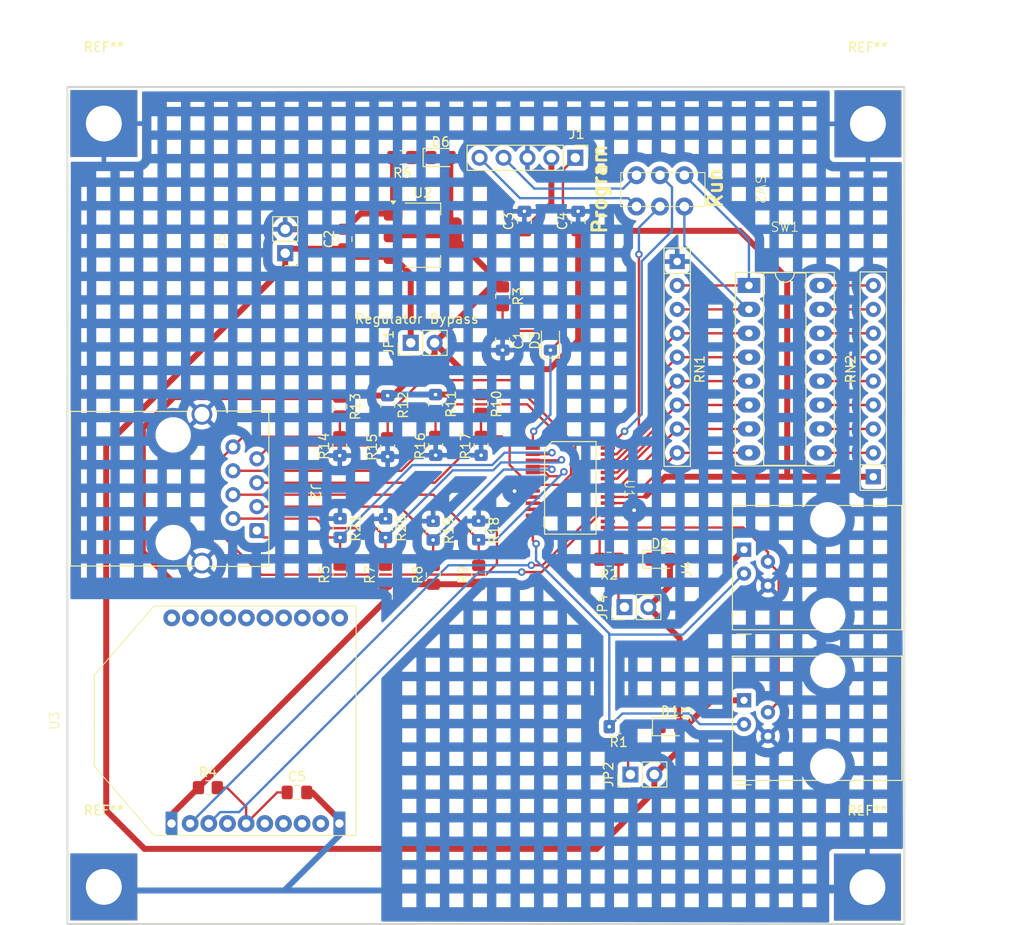
<source format=kicad_pcb>
(kicad_pcb (version 20240108) (generator "pcbnew") (generator_version "8.0")
  (layers (0 "F.Cu" signal) (31 "B.Cu" signal) (34 "B.Paste" user) (35 "F.Paste" user) (36 "B.SilkS" user "B.Silkscreen") (37 "F.SilkS" user "F.Silkscreen") (38 "B.Mask" user) (39 "F.Mask" user) (44 "Edge.Cuts" user))
  (net 0 "")
  (net 1 "Net-(D3-A)")
  (net 2 "GND")
  (net 3 "+5V")
  (net 4 "3.3V")
  (net 5 "Net-(U3-~{RESET})")
  (net 6 "Net-(D1-K)")
  (net 7 "Net-(D2-K)")
  (net 8 "Net-(D3-K)")
  (net 9 "Net-(D6-K)")
  (net 10 "RB6")
  (net 11 "RB7")
  (net 12 "Net-(U1-RA2)")
  (net 13 "Net-(U1-RA7)")
  (net 14 "Net-(U1-RA6)")
  (net 15 "Net-(U1-RA5)")
  (net 16 "Net-(U1-RA0)")
  (net 17 "Net-(U1-RA1)")
  (net 18 "Net-(U1-RA4)")
  (net 19 "Net-(U1-RA3)")
  (net 20 "RC3")
  (net 21 "RC4")
  (net 22 "Net-(RN1-R3)")
  (net 23 "Net-(RN1-R2)")
  (net 24 "Net-(RN1-R4)")
  (net 25 "Net-(RN1-R7)")
  (net 26 "Net-(RN1-R8)")
  (net 27 "Net-(RN1-R6)")
  (net 28 "Net-(RN1-R5)")
  (net 29 "Net-(RN1-R1)")
  (net 30 "Net-(RN2-R7)")
  (net 31 "Net-(RN2-R2)")
  (net 32 "Net-(RN2-R4)")
  (net 33 "Net-(RN2-R1)")
  (net 34 "Net-(RN2-R5)")
  (net 35 "Net-(RN2-R6)")
  (net 36 "Net-(RN2-R3)")
  (net 37 "Net-(RN2-R8)")
  (net 39 "RC7")
  (net 41 "RC6")
  (net 59 "Net-(U1-ICSPCLK{slash}RB6)")
  (net 60 "Net-(U1-ICSPDAT{slash}RB7)")
  (footprint "ATVProject_Library:2 Pin Header" (layer "F.Cu") (at 144.2875 70.326 90)
    (property "Reference" "J5")
    (property "Value" "PWR IN")
  )
  (footprint "Resistor_SMD:R_0805_2012Metric_Pad1.20x1.40mm_HandSolder" (layer "F.Cu") (at 178.705 104.14 180)
    (property "Reference" "R2")
    (property "Value" "4.7K")
  )
  (footprint "Package_TO_SOT_SMD:SOT-223-3_TabPin2" (layer "F.Cu") (at 158.9145 69.723)
    (property "Reference" "U2")
    (property "Value" "TSB1117")
  )
  (footprint "footprint library:#6-23_.150_mounting screw" (layer "F.Cu") (at 206.1972 50.2666)
    (property "Reference" "REF**")
    (property "Value" "#6-23_.150_mounting screw")
  )
  (footprint "Resistor_SMD:R_0805_2012Metric_Pad1.20x1.40mm_HandSolder" (layer "F.Cu") (at 164.847 101.076 -90)
    (property "Reference" "R18")
    (property "Value" "DNS")
  )
  (footprint "Resistor_SMD:R_0805_2012Metric_Pad1.20x1.40mm_HandSolder" (layer "F.Cu") (at 136.093 128.397)
    (property "Reference" "R4")
    (property "Value" "10K")
  )
  (footprint "Resistor_SMD:R_0805_2012Metric_Pad1.20x1.40mm_HandSolder" (layer "F.Cu") (at 160.0325 105.791 90)
    (property "Reference" "R8")
    (property "Value" "DNS")
  )
  (footprint "footprint library:RJ11_BB" (layer "F.Cu") (at 191.26 121.187 90)
    (property "Reference" "J3")
    (property "Value" "RJ9")
  )
  (footprint "Diode_SMD:D_0805_2012Metric_Pad1.15x1.40mm_HandSolder" (layer "F.Cu") (at 184.15 104.14)
    (property "Reference" "D2")
    (property "Value" "SCL")
  )
  (footprint "Capacitor_SMD:C_0805_2012Metric_Pad1.18x1.45mm_HandSolder" (layer "F.Cu") (at 169.7095 68.2205 90)
    (property "Reference" "C3")
    (property "Value" "10uF")
  )
  (footprint "Resistor_SMD:R_0805_2012Metric_Pad1.20x1.40mm_HandSolder" (layer "F.Cu") (at 150.115 87.91775 -90)
    (property "Reference" "R13")
    (property "Value" "DNS")
  )
  (footprint "Resistor_SMD:R_0805_2012Metric_Pad1.20x1.40mm_HandSolder" (layer "F.Cu") (at 154.964 100.838 -90)
    (property "Reference" "R20")
    (property "Value" "DNS")
  )
  (footprint "Resistor_SMD:R_0805_2012Metric_Pad1.20x1.40mm_HandSolder" (layer "F.Cu") (at 165.1125 92.091 90)
    (property "Reference" "R17")
    (property "Value" "DNS")
  )
  (footprint "Connector_PinHeader_2.54mm:PinHeader_1x02_P2.54mm_Vertical" (layer "F.Cu") (at 157.6395 81.153 90)
    (property "Reference" "JP1")
    (property "Value" "Regulator Bypass")
  )
  (footprint "Capacitor_SMD:C_0805_2012Metric_Pad1.18x1.45mm_HandSolder" (layer "F.Cu") (at 167.3985 80.8865 -90)
    (property "Reference" "C1")
    (property "Value" "1uF")
  )
  (footprint "Resistor_SMD:R_0805_2012Metric_Pad1.20x1.40mm_HandSolder" (layer "F.Cu") (at 165.101 87.646 -90)
    (property "Reference" "R10")
    (property "Value" "DNS")
  )
  (footprint "footprint library:RJ45_Shieleded_BB" (layer "F.Cu") (at 147.0182 96.932 -90)
    (property "Reference" "J2")
    (property "Value" "RJ45_Shielded")
  )
  (footprint "Resistor_SMD:R_0805_2012Metric_Pad1.20x1.40mm_HandSolder" (layer "F.Cu") (at 179.73 121.92 180)
    (property "Reference" "R1")
    (property "Value" "4.7K")
  )
  (footprint "Capacitor_SMD:C_0805_2012Metric_Pad1.18x1.45mm_HandSolder" (layer "F.Cu") (at 175.4245 68.2205 90)
    (property "Reference" "C4")
    (property "Value" "1uF")
  )
  (footprint "ATVProject_Library:Zigby" (layer "F.Cu") (at 132.283 121.285 90)
    (property "Reference" "U3")
    (property "Value" "XBEE_PRO")
  )
  (footprint "Diode_SMD:D_0805_2012Metric_Pad1.15x1.40mm_HandSolder" (layer "F.Cu") (at 185.175 121.92)
    (property "Reference" "D1")
    (property "Value" "SDA")
  )
  (footprint "Capacitor_SMD:C_0805_2012Metric_Pad1.18x1.45mm_HandSolder" (layer "F.Cu") (at 145.5545 128.905)
    (property "Reference" "C5")
    (property "Value" "1uF")
  )
  (footprint "Resistor_SMD:R_0805_2012Metric_Pad1.20x1.40mm_HandSolder" (layer "F.Cu") (at 150.138 100.822 -90)
    (property "Reference" "R21")
    (property "Value" "DNS")
  )
  (footprint "footprint library:#6-23_.150_mounting screw" (layer "F.Cu") (at 206.1464 131.3434)
    (property "Reference" "REF**")
    (property "Value" "#6-23_.150_mounting screw")
  )
  (footprint "Resistor_SMD:R_0805_2012Metric_Pad1.20x1.40mm_HandSolder" (layer "F.Cu") (at 155.195 87.756 -90)
    (property "Reference" "R12")
    (property "Value" "DNS")
  )
  (footprint "Resistor_SMD:R_0805_2012Metric_Pad1.20x1.40mm_HandSolder" (layer "F.Cu") (at 167.3985 76.209 -90)
    (property "Reference" "R3")
    (property "Value" "10K")
  )
  (footprint "footprint library:RJ11_BB" (layer "F.Cu") (at 191.26 105.185 90)
    (property "Reference" "J4")
    (property "Value" "RJ9")
  )
  (footprint "footprint library:#6-23_.150_mounting screw" (layer "F.Cu") (at 125.0442 50.2392)
    (property "Reference" "REF**")
    (property "Value" "#6-23_.150_mounting screw")
  )
  (footprint "Resistor_SMD:R_0805_2012Metric_Pad1.20x1.40mm_HandSolder" (layer "F.Cu") (at 154.9525 105.775 90)
    (property "Reference" "R7")
    (property "Value" "DNS")
  )
  (footprint "Resistor_THT:R_Array_SIP9" (layer "F.Cu") (at 185.9405 72.517 -90)
    (property "Reference" "RN1")
    (property "Value" "10K")
  )
  (footprint "ATVProject_Library:DPDT Switch" (layer "F.Cu") (at 184.4165 64.8716 -90)
    (property "Reference" "SW2")
    (property "Value" "SW_Slide_DPDT")
  )
  (footprint "Connector_PinHeader_2.54mm:PinHeader_1x02_P2.54mm_Vertical" (layer "F.Cu") (at 180.975 127 90)
    (property "Reference" "JP2")
    (property "Value" "SDA")
  )
  (footprint "Resistor_SMD:R_0805_2012Metric_Pad1.20x1.40mm_HandSolder" (layer "F.Cu") (at 160.021 101.092 -90)
    (property "Reference" "R19")
    (property "Value" "DNS")
  )
  (footprint "Resistor_SMD:R_0805_2012Metric_Pad1.20x1.40mm_HandSolder" (layer "F.Cu") (at 160.2865 92.091 90)
    (property "Reference" "R16")
    (property "Value" "DNS")
  )
  (footprint "Connector_PinHeader_2.54mm:PinHeader_1x05_P2.54mm_Vertical" (layer "F.Cu") (at 175.1165 61.497 -90)
    (property "Reference" "J1")
    (property "Value" "Program")
  )
  (footprint "Resistor_SMD:R_0805_2012Metric_Pad1.20x1.40mm_HandSolder" (layer "F.Cu") (at 150.1035 92.12475 90)
    (property "Reference" "R14")
    (property "Value" "DNS")
  )
  (footprint "Resistor_THT:R_Array_SIP9" (layer "F.Cu") (at 206.7685 95.377 90)
    (property "Reference" "RN2")
    (property "Value" "1K")
  )
  (footprint "Resistor_SMD:R_0805_2012Metric_Pad1.20x1.40mm_HandSolder" (layer "F.Cu") (at 155.1835 92.233 90)
    (property "Reference" "R15")
    (property "Value" "DNS")
  )
  (footprint "footprint library:#6-23_.150_mounting screw" (layer "F.Cu") (at 125.0442 131.318)
    (property "Reference" "REF**")
    (property "Value" "#6-23_.150_mounting screw")
  )
  (footprint "Resistor_SMD:R_0805_2012Metric_Pad1.20x1.40mm_HandSolder" (layer "F.Cu") (at 150.1265 105.759 90)
    (property "Reference" "R5")
    (property "Value" "DNS")
  )
  (footprint "Resistor_SMD:R_0805_2012Metric_Pad1.20x1.40mm_HandSolder" (layer "F.Cu") (at 164.8585 105.791 90)
    (property "Reference" "R9")
    (property "Value" "DNS")
  )
  (footprint "ATVProject_Library:Dip Switch (16 pin)" (layer "F.Cu") (at 197.3765 80.487)
    (property "Reference" "SW1")
    (property "Value" "SW_DIP_x08")
  )
  (footprint "Diode_SMD:D_0805_2012Metric_Pad1.15x1.40mm_HandSolder" (layer "F.Cu") (at 160.8195 61.468)
    (property "Reference" "D6")
    (property "Value" "LED")
  )
  (footprint "Connector_PinHeader_2.54mm:PinHeader_1x02_P2.54mm_Vertical" (layer "F.Cu") (at 180.34 109.22 90)
    (property "Reference" "JP4")
    (property "Value" "SCL")
  )
  (footprint "ATVProject_Library:PIC1788" (layer "F.Cu") (at 175.1937 96.6438 -90)
    (property "Reference" "U1")
    (property "Value" "PIC16F1788")
  )
  (footprint "Resistor_SMD:R_0805_2012Metric_Pad1.20x1.40mm_HandSolder" (layer "F.Cu") (at 160.275 87.646 -90)
    (property "Reference" "R11")
    (property "Value" "DNS")
  )
  (footprint "Diode_SMD:D_0805_2012Metric_Pad1.15x1.40mm_HandSolder" (layer "F.Cu") (at 172.4785 80.899 90)
    (property "Reference" "D3")
    (property "Value" "1N4148")
  )
  (footprint "Capacitor_SMD:C_0805_2012Metric_Pad1.18x1.45mm_HandSolder" (layer "F.Cu") (at 150.6595 70.1255 90)
    (property "Reference" "C2")
    (property "Value" "10uF")
  )
  (footprint "Resistor_SMD:R_0805_2012Metric_Pad1.20x1.40mm_HandSolder" (layer "F.Cu") (at 156.7395 61.468 180)
    (property "Reference" "R6")
    (property "Value" "2.2K")
  )
  (gr_rect (start 121.1705 53.975) (end 210.0705 142.875) (stroke (width 0.2)) (fill none) (layer "Edge.Cuts"))
  (gr_text "Run" (at 190.8556 67.0306 90) (layer "F.SilkS") (effects (font (size 1.5 1.5) (thickness 0.3) (bold yes)) (justify left bottom)))
  (gr_text "Program\n" (at 178.5745 69.723 90) (layer "F.SilkS") (effects (font (size 1.5 1.5) (thickness 0.3) (bold yes)) (justify left bottom)))
  (segment (start 167.4235 79.874) (end 167.3985 79.849) (width 0.25) (layer "F.Cu") (net 1))
  (segment (start 172.4785 79.874) (end 167.4235 79.874) (width 0.25) (layer "F.Cu") (net 1))
  (segment (start 167.3985 79.849) (end 167.3985 77.209) (width 0.25) (layer "F.Cu") (net 1))
  (segment (start 155.7645 61.493) (end 155.7395 61.468) (width 0.635) (layer "F.Cu") (net 2))
  (segment (start 178.5745 98.171) (end 180.6065 98.171) (width 0.254) (layer "F.Cu") (net 2))
  (segment (start 155.7645 67.423) (end 155.7645 61.493) (width 0.635) (layer "F.Cu") (net 2))
  (segment (start 147.1795 128.905) (end 150.063 131.7885) (width 0.635) (layer "F.Cu") (net 2))
  (segment (start 150.6595 69.088) (end 152.3245 67.423) (width 0.635) (layer "F.Cu") (net 2))
  (segment (start 152.3245 67.423) (end 155.7645 67.423) (width 0.635) (layer "F.Cu") (net 2))
  (segment (start 170.6057 96.8808) (end 168.6887 96.8808) (width 0.254) (layer "F.Cu") (net 2))
  (segment (start 168.6887 96.8808) (end 168.6685 96.901) (width 0.254) (layer "F.Cu") (net 2))
  (segment (start 150.063 131.7885) (end 150.063 132.207) (width 0.635) (layer "F.Cu") (net 2))
  (segment (start 206.0065 139.319) (end 206.2605 139.065) (width 0.635) (layer "F.Cu") (net 2))
  (segment (start 144.3095 69.088) (end 150.6595 69.088) (width 0.635) (layer "F.Cu") (net 2))
  (segment (start 169.7095 61.824) (end 170.0365 61.497) (width 0.254) (layer "F.Cu") (net 2))
  (segment (start 180.6065 98.171) (end 181.3685 98.933) (width 0.254) (layer "F.Cu") (net 2))
  (segment (start 146.592 128.905) (end 147.1795 128.905) (width 0.635) (layer "F.Cu") (net 2))
  (via (at 181.3685 98.933) (size 0.8) (drill 0.4) (layers "F.Cu" "B.Cu") (net 2))
  (via (at 168.6685 96.901) (size 0.8) (drill 0.4) (layers "F.Cu" "B.Cu") (net 2))
  (segment (start 195.58 123.185) (end 195.9785 123.185) (width 0.25) (layer "B.Cu") (net 2))
  (segment (start 127.7745 139.319) (end 206.0065 139.319) (width 0.635) (layer "B.Cu") (net 2))
  (segment (start 150.063 132.207) (end 150.063 133.464235) (width 0.635) (layer "B.Cu") (net 2))
  (segment (start 150.063 133.464235) (end 144.208235 139.319) (width 0.635) (layer "B.Cu") (net 2))
  (segment (start 144.208235 139.319) (end 127.7745 139.319) (width 0.635) (layer "B.Cu") (net 2))
  (segment (start 125.2982 92.0242) (end 125.2982 130.8354) (width 0.635) (layer "F.Cu") (net 3))
  (segment (start 186.1945 124.3205) (end 186.1945 122.809) (width 0.635) (layer "F.Cu") (net 3))
  (segment (start 144.7745 71.163) (end 144.3095 71.628) (width 0.635) (layer "F.Cu") (net 3))
  (segment (start 185.175 106.0415) (end 185.175 104.14) (width 0.635) (layer "F.Cu") (net 3))
  (segment (start 144.3095 71.628) (end 144.3095 73.0129) (width 0.635) (layer "F.Cu") (net 3))
  (segment (start 186.2 121.92) (end 186.2 112.54) (width 0.635) (layer "F.Cu") (net 3))
  (segment (start 186.2 112.54) (end 182.88 109.22) (width 0.635) (layer "F.Cu") (net 3))
  (segment (start 185.175 104.14) (end 192.019 104.14) (width 0.635) (layer "F.Cu") (net 3))
  (segment (start 186.2 122.8035) (end 186.2 121.92) (width 0.635) (layer "F.Cu") (net 3))
  (segment (start 183.515 128.7905) (end 183.515 127) (width 0.635) (layer "F.Cu") (net 3))
  (segment (start 129.3622 134.8994) (end 177.4061 134.8994) (width 0.635) (layer "F.Cu") (net 3))
  (segment (start 183.515 127) (end 186.1945 124.3205) (width 0.635) (layer "F.Cu") (net 3))
  (segment (start 192.019 104.14) (end 193.04 103.119) (width 0.635) (layer "F.Cu") (net 3))
  (segment (start 185.18 104.135) (end 185.175 104.14) (width 0.635) (layer "F.Cu") (net 3))
  (segment (start 144.3095 73.0129) (end 125.2982 92.0242) (width 0.635) (layer "F.Cu") (net 3))
  (segment (start 177.4061 134.8994) (end 183.515 128.7905) (width 0.635) (layer "F.Cu") (net 3))
  (segment (start 185.1785 106.045) (end 185.175 106.0415) (width 0.635) (layer "F.Cu") (net 3))
  (segment (start 182.88 109.22) (end 185.1785 106.9215) (width 0.635) (layer "F.Cu") (net 3))
  (segment (start 186.2 121.92) (end 186.8295 121.92) (width 0.635) (layer "F.Cu") (net 3))
  (segment (start 157.6395 73.898) (end 155.7645 72.023) (width 0.635) (layer "F.Cu") (net 3))
  (segment (start 125.2982 130.8354) (end 129.3622 134.8994) (width 0.635) (layer "F.Cu") (net 3))
  (segment (start 150.6595 71.163) (end 144.7745 71.163) (width 0.635) (layer "F.Cu") (net 3))
  (segment (start 151.5195 72.023) (end 150.6595 71.163) (width 0.635) (layer "F.Cu") (net 3))
  (segment (start 185.1785 106.9215) (end 185.1785 106.045) (width 0.635) (layer "F.Cu") (net 3))
  (segment (start 186.1945 122.809) (end 186.2 122.8035) (width 0.635) (layer "F.Cu") (net 3))
  (segment (start 155.7645 72.023) (end 151.5195 72.023) (width 0.635) (layer "F.Cu") (net 3))
  (segment (start 189.6285 119.121) (end 193.04 119.121) (width 0.635) (layer "F.Cu") (net 3))
  (segment (start 157.6395 81.153) (end 157.6395 73.898) (width 0.635) (layer "F.Cu") (net 3))
  (segment (start 186.8295 121.92) (end 189.6285 119.121) (width 0.635) (layer "F.Cu") (net 3))
  (segment (start 167.3985 75.209) (end 167.3985 75.057) (width 0.635) (layer "F.Cu") (net 4))
  (segment (start 169.7095 69.258) (end 172.5765 66.391) (width 0.635) (layer "F.Cu") (net 4))
  (segment (start 172.399204 83.947) (end 175.4245 80.921704) (width 0.635) (layer "F.Cu") (net 4))
  (segment (start 132.5908 106.759) (end 129.1844 103.3526) (width 0.635) (layer "F.Cu") (net 4))
  (segment (start 197.6245 74.295) (end 197.6245 95.377) (width 0.635) (layer "F.Cu") (net 4))
  (segment (start 182.5265 97.521) (end 182.6385 97.409) (width 0.254) (layer "F.Cu") (net 4))
  (segment (start 178.5745 97.521) (end 182.5265 97.521) (width 0.254) (layer "F.Cu") (net 4))
  (segment (start 155.7645 69.723) (end 162.0645 69.723) (width 0.635) (layer "F.Cu") (net 4))
  (segment (start 162.5295 69.258) (end 162.0645 69.723) (width 0.635) (layer "F.Cu") (net 4))
  (segment (start 160.0325 106.791) (end 154.9685 106.791) (width 0.635) (layer "F.Cu") (net 4))
  (segment (start 160.1795 81.153) (end 162.9735 83.947) (width 0.635) (layer "F.Cu") (net 4))
  (segment (start 164.8585 106.791) (end 160.0325 106.791) (width 0.635) (layer "F.Cu") (net 4))
  (segment (start 160.1795 81.153) (end 160.1795 82.355081) (width 0.635) (layer "F.Cu") (net 4))
  (segment (start 166.1235 75.209) (end 160.1795 81.153) (width 0.635) (layer "F.Cu") (net 4))
  (segment (start 150.1265 106.759) (end 132.5908 106.759) (width 0.635) (layer "F.Cu") (net 4))
  (segment (start 165.101 86.646) (end 160.275 86.646) (width 0.635) (layer "F.Cu") (net 4))
  (segment (start 197.6245 95.377) (end 184.6705 95.377) (width 0.635) (layer "F.Cu") (net 4))
  (segment (start 206.7685 95.377) (end 197.6245 95.377) (width 0.635) (layer "F.Cu") (net 4))
  (segment (start 167.3985 75.209) (end 166.1235 75.209) (width 0.635) (layer "F.Cu") (net 4))
  (segment (start 162.9735 83.947) (end 172.399204 83.947) (width 0.635) (layer "F.Cu") (net 4))
  (segment (start 172.5765 66.391) (end 172.5765 61.497) (width 0.635) (layer "F.Cu") (net 4))
  (segment (start 169.7095 69.258) (end 162.5295 69.258) (width 0.635) (layer "F.Cu") (net 4))
  (segment (start 175.4245 69.258) (end 192.5875 69.258) (width 0.635) (layer "F.Cu") (net 4))
  (segment (start 132.2322 131.2578) (end 132.2322 132.207) (width 0.635) (layer "F.Cu") (net 4))
  (segment (start 161.8445 61.468) (end 161.8445 69.503) (width 0.635) (layer "F.Cu") (net 4))
  (segment (start 150.27675 86.756) (end 150.115 86.91775) (width 0.25) (layer "F.Cu") (net 4))
  (segment (start 132.48745 86.91775) (end 150.115 86.91775) (width 0.635) (layer "F.Cu") (net 4))
  (segment (start 154.9685 106.791) (end 154.9525 106.775) (width 0.635) (layer "F.Cu") (net 4))
  (segment (start 160.1795 82.355081) (end 155.778581 86.756) (width 0.635) (layer "F.Cu") (net 4))
  (segment (start 135.093 128.397) (end 132.2322 131.2578) (width 0.635) (layer "F.Cu") (net 4))
  (segment (start 129.1844 90.2208) (end 132.48745 86.91775) (width 0.635) (layer "F.Cu") (net 4))
  (segment (start 192.5875 69.258) (end 197.6245 74.295) (width 0.635) (layer "F.Cu") (net 4))
  (segment (start 175.4245 80.921704) (end 175.4245 69.258) (width 0.635) (layer "F.Cu") (net 4))
  (segment (start 154.9525 106.775) (end 150.1425 106.775) (width 0.635) (layer "F.Cu") (net 4))
  (segment (start 162.3185 69.723) (end 162.0645 69.723) (width 0.25) (layer "F.Cu") (net 4))
  (segment (start 161.8445 69.503) (end 162.0645 69.723) (width 0.635) (layer "F.Cu") (net 4))
  (segment (start 150.1425 106.775) (end 150.1265 106.759) (width 0.635) (layer "F.Cu") (net 4))
  (segment (start 184.6705 95.377) (end 182.6385 97.409) (width 0.635) (layer "F.Cu") (net 4))
  (segment (start 135.093 128.397) (end 154.9525 108.5375) (width 0.635) (layer "F.Cu") (net 4))
  (segment (start 129.1844 103.3526) (end 129.1844 90.2208) (width 0.635) (layer "F.Cu") (net 4))
  (segment (start 155.195 86.756) (end 150.27675 86.756) (width 0.635) (layer "F.Cu") (net 4))
  (segment (start 167.3985 75.057) (end 162.0645 69.723) (width 0.635) (layer "F.Cu") (net 4))
  (segment (start 154.9525 108.5375) (end 154.9525 106.775) (width 0.635) (layer "F.Cu") (net 4))
  (segment (start 155.778581 86.756) (end 155.195 86.756) (width 0.635) (layer "F.Cu") (net 4))
  (segment (start 155.305 86.646) (end 155.195 86.756) (width 0.25) (layer "B.Cu") (net 4))
  (segment (start 160.1795 86.5505) (end 160.275 86.646) (width 0.25) (layer "B.Cu") (net 4))
  (segment (start 160.275 86.646) (end 155.305 86.646) (width 0.635) (layer "B.Cu") (net 4))
  (segment (start 144.517 128.905) (end 143.459 128.905) (width 0.25) (layer "F.Cu") (net 5))
  (segment (start 137.093 128.397) (end 138.125 128.397) (width 0.25) (layer "F.Cu") (net 5))
  (segment (start 140.157 130.429) (end 140.157 132.207) (width 0.25) (layer "F.Cu") (net 5))
  (segment (start 138.125 128.397) (end 140.157 130.429) (width 0.25) (layer "F.Cu") (net 5))
  (segment (start 143.459 128.905) (end 140.157 132.207) (width 0.25) (layer "F.Cu") (net 5))
  (segment (start 180.73 126.755) (end 180.975 127) (width 0.25) (layer "F.Cu") (net 6))
  (segment (start 180.73 121.92) (end 180.73 126.755) (width 0.25) (layer "F.Cu") (net 6))
  (segment (start 184.15 121.92) (end 180.73 121.92) (width 0.25) (layer "F.Cu") (net 6))
  (segment (start 183.125 104.14) (end 179.705 104.14) (width 0.25) (layer "F.Cu") (net 7))
  (segment (start 179.705 108.585) (end 180.34 109.22) (width 0.25) (layer "F.Cu") (net 7))
  (segment (start 179.705 104.14) (end 179.705 108.585) (width 0.25) (layer "F.Cu") (net 7))
  (segment (start 170.6057 90.6458) (end 170.7005 90.551) (width 0.25) (layer "F.Cu") (net 8))
  (segment (start 172.4785 81.924) (end 173.8055 80.597) (width 0.25) (layer "F.Cu") (net 8))
  (segment (start 170.6057 92.3308) (end 170.6057 90.6458) (width 0.25) (layer "F.Cu") (net 8))
  (segment (start 173.8055 62.808) (end 175.1165 61.497) (width 0.25) (layer "F.Cu") (net 8))
  (segment (start 173.8055 80.597) (end 173.8055 62.808) (width 0.25) (layer "F.Cu") (net 8))
  (via (at 170.7005 90.551) (size 0.8) (drill 0.4) (layers "F.Cu" "B.Cu") (net 8))
  (segment (start 172.4785 81.924) (end 172.4785 88.773) (width 0.25) (layer "B.Cu") (net 8))
  (segment (start 172.4785 88.773) (end 170.7005 90.551) (width 0.25) (layer "B.Cu") (net 8))
  (segment (start 159.7945 61.468) (end 157.7395 61.468) (width 0.25) (layer "F.Cu") (net 9))
  (segment (start 180.7335 65.786) (end 169.2455 65.786) (width 0.25) (layer "B.Cu") (net 10))
  (segment (start 181.6225 66.675) (end 180.7335 65.786) (width 0.25) (layer "B.Cu") (net 10))
  (segment (start 169.2455 65.786) (end 164.9565 61.497) (width 0.25) (layer "B.Cu") (net 10))
  (segment (start 181.6225 63.3476) (end 180.2001 64.77) (width 0.25) (layer "B.Cu") (net 11))
  (segment (start 180.2001 64.77) (end 170.7695 64.77) (width 0.25) (layer "B.Cu") (net 11))
  (segment (start 170.7695 64.77) (end 167.4965 61.497) (width 0.25) (layer "B.Cu") (net 11))
  (segment (start 160.021 102.092) (end 156.481 98.552) (width 0.25) (layer "F.Cu") (net 12))
  (segment (start 160.021 104.7795) (end 160.0325 104.791) (width 0.25) (layer "F.Cu") (net 12))
  (segment (start 160.021 102.092) (end 160.021 104.7795) (width 0.25) (layer "F.Cu") (net 12))
  (segment (start 172.3237 94.2808) (end 172.6377 94.5948) (width 0.25) (layer "F.Cu") (net 12))
  (segment (start 170.6057 94.2808) (end 172.3237 94.2808) (width 0.25) (layer "F.Cu") (net 12))
  (segment (start 156.481 98.552) (end 141.3002 98.552) (width 0.25) (layer "F.Cu") (net 12))
  (via (at 172.6377 94.5948) (size 0.8) (drill 0.4) (layers "F.Cu" "B.Cu") (net 12))
  (segment (start 167.498 94.615) (end 172.6175 94.615) (width 0.25) (layer "B.Cu") (net 12))
  (segment (start 172.3837 94.3408) (end 172.6377 94.5948) (width 0.25) (layer "B.Cu") (net 12))
  (segment (start 172.6175 94.615) (end 172.6377 94.5948) (width 0.25) (layer "B.Cu") (net 12))
  (segment (start 160.021 102.092) (end 167.498 94.615) (width 0.25) (layer "B.Cu") (net 12))
  (segment (start 170.6057 97.5308) (end 169.6057 97.5308) (width 0.25) (layer "F.Cu") (net 13))
  (segment (start 144.3099 105.7656) (end 144.2845 105.791) (width 0.25) (layer "F.Cu") (net 13))
  (segment (start 139.83745 91.12475) (end 150.1035 91.12475) (width 0.25) (layer "F.Cu") (net 13))
  (segment (start 136.9707 100.965) (end 136.9707 93.9915) (width 0.25) (layer "F.Cu") (net 13))
  (segment (start 138.7602 92.202) (end 139.83745 91.12475) (width 0.25) (layer "F.Cu") (net 13))
  (segment (start 150.115 91.26775) (end 150.115 89.07225) (width 0.25) (layer "F.Cu") (net 13))
  (segment (start 136.9707 93.9915) (end 138.7602 92.202) (width 0.25) (layer "F.Cu") (net 13))
  (segment (start 169.6057 97.5308) (end 166.7945 100.342) (width 0.25) (layer "F.Cu") (net 13))
  (segment (start 141.7967 105.791) (end 144.2845 105.791) (width 0.25) (layer "F.Cu") (net 13))
  (segment (start 141.7967 105.791) (end 136.9707 100.965) (width 0.25) (layer "F.Cu") (net 13))
  (segment (start 165.6459 105.7656) (end 144.3099 105.7656) (width 0.25) (layer "F.Cu") (net 13))
  (segment (start 166.7945 104.617) (end 165.6459 105.7656) (width 0.25) (layer "F.Cu") (net 13))
  (segment (start 166.7945 100.342) (end 166.7945 104.617) (width 0.25) (layer "F.Cu") (net 13))
  (segment (start 150.115 89.07225) (end 150.1035 89.06075) (width 0.25) (layer "F.Cu") (net 13))
  (segment (start 155.195 91.138) (end 155.195 88.6725) (width 0.25) (layer "F.Cu") (net 14))
  (segment (start 142.72245 92.04975) (end 154.36675 92.04975) (width 0.25) (layer "F.Cu") (net 14))
  (segment (start 175.1197 95.298501) (end 175.1197 91.9968) (width 0.25) (layer "F.Cu") (net 14))
  (segment (start 155.195 88.6725) (end 155.1835 88.661) (width 0.25) (layer "F.Cu") (net 14))
  (segment (start 175.1197 91.9968) (end 168.2383 85.1154) (width 0.25) (layer "F.Cu") (net 14))
  (segment (start 141.3002 93.472) (end 142.72245 92.04975) (width 0.25) (layer "F.Cu") (net 14))
  (segment (start 168.2383 85.1154) (end 158.8356 85.1154) (width 0.25) (layer "F.Cu") (net 14))
  (segment (start 170.6057 98.1808) (end 172.237401 98.1808) (width 0.25) (layer "F.Cu") (net 14))
  (segment (start 172.237401 98.1808) (end 175.1197 95.298501) (width 0.25) (layer "F.Cu") (net 14))
  (segment (start 154.36675 92.04975) (end 155.1835 91.233) (width 0.25) (layer "F.Cu") (net 14))
  (segment (start 158.8356 85.1154) (end 155.195 88.756) (width 0.25) (layer "F.Cu") (net 14))
  (segment (start 160.2865 91.091) (end 156.6355 94.742) (width 0.25) (layer "F.Cu") (net 15))
  (segment (start 174.6697 95.112105) (end 174.6697 92.3323) (width 0.25) (layer "F.Cu") (net 15))
  (segment (start 174.6697 92.3323) (end 170.0182 87.6808) (width 0.25) (layer "F.Cu") (net 15))
  (segment (start 173.551005 96.2308) (end 174.6697 95.112105) (width 0.25) (layer "F.Cu") (net 15))
  (segment (start 170.0182 87.6808) (end 161.2402 87.6808) (width 0.25) (layer "F.Cu") (net 15))
  (segment (start 160.275 88.7845) (end 160.2865 88.773) (width 0.25) (layer "F.Cu") (net 15))
  (segment (start 170.6057 96.2308) (end 173.551005 96.2308) (width 0.25) (layer "F.Cu") (net 15))
  (segment (start 156.6355 94.742) (end 138.7602 94.742) (width 0.25) (layer "F.Cu") (net 15))
  (segment (start 161.2402 87.6808) (end 160.275 88.646) (width 0.25) (layer "F.Cu") (net 15))
  (segment (start 160.275 91.218) (end 160.275 88.7845) (width 0.25) (layer "F.Cu") (net 15))
  (segment (start 150.138 104.7475) (end 150.1265 104.759) (width 0.25) (layer "F.Cu") (net 16))
  (segment (start 172.4737 92.9808) (end 172.6377 92.8168) (width 0.25) (layer "F.Cu") (net 16))
  (segment (start 150.138 101.822) (end 142.0302 101.822) (width 0.25) (layer "F.Cu") (net 16))
  (segment (start 170.6057 92.9808) (end 172.4737 92.9808) (width 0.25) (layer "F.Cu") (net 16))
  (segment (start 142.0302 101.822) (end 141.3002 101.092) (width 0.25) (layer "F.Cu") (net 16))
  (segment (start 150.138 101.822) (end 150.138 104.7475) (width 0.25) (layer "F.Cu") (net 16))
  (via (at 172.6377 92.8168) (size 0.8) (drill 0.4) (layers "F.Cu" "B.Cu") (net 16))
  (segment (start 166.2938 94.1324) (end 157.8276 94.1324) (width 0.25) (layer "B.Cu") (net 16))
  (segment (start 157.8276 94.1324) (end 157.8062 94.1538) (width 0.25) (layer "B.Cu") (net 16))
  (segment (start 167.6094 92.8168) (end 166.2938 94.1324) (width 0.25) (layer "B.Cu") (net 16))
  (segment (start 172.6377 92.8168) (end 167.6094 92.8168) (width 0.25) (layer "B.Cu") (net 16))
  (segment (start 150.138 101.822) (end 157.8062 94.1538) (width 0.25) (layer "B.Cu") (net 16))
  (segment (start 173.6017 93.6308) (end 173.6537 93.5788) (width 0.25) (layer "F.Cu") (net 17))
  (segment (start 148.579 100.838) (end 147.563 99.822) (width 0.25) (layer "F.Cu") (net 17))
  (segment (start 154.9525 104.775) (end 154.9525 101.8495) (width 0.25) (layer "F.Cu") (net 17))
  (segment (start 154.9525 101.8495) (end 154.964 101.838) (width 0.25) (layer "F.Cu") (net 17))
  (segment (start 170.6057 93.6308) (end 173.6017 93.6308) (width 0.25) (layer "F.Cu") (net 17))
  (segment (start 153.964 100.838) (end 148.579 100.838) (width 0.25) (layer "F.Cu") (net 17))
  (segment (start 154.964 101.838) (end 153.964 100.838) (width 0.25) (layer "F.Cu") (net 17))
  (segment (start 147.563 99.822) (end 138.7602 99.822) (width 0.25) (layer "F.Cu") (net 17))
  (via (at 173.6537 93.5788) (size 0.8) (drill 0.4) (layers "F.Cu" "B.Cu") (net 17))
  (segment (start 162.1108 94.6912) (end 166.3954 94.6912) (width 0.25) (layer "B.Cu") (net 17))
  (segment (start 173.3795 93.853) (end 173.6537 93.5788) (width 0.25) (layer "B.Cu") (net 17))
  (segment (start 154.964 101.838) (end 162.1108 94.6912) (width 0.25) (layer "B.Cu") (net 17))
  (segment (start 166.3954 94.6912) (end 167.2336 93.853) (width 0.25) (layer "B.Cu") (net 17))
  (segment (start 167.2336 93.853) (end 173.3795 93.853) (width 0.25) (layer "B.Cu") (net 17))
  (segment (start 167.3164 91.091) (end 165.1125 91.091) (width 0.25) (layer "F.Cu") (net 18))
  (segment (start 169.6057 95.5808) (end 168.148 94.1231) (width 0.25) (layer "F.Cu") (net 18))
  (segment (start 170.6057 95.5808) (end 169.6057 95.5808) (width 0.25) (layer "F.Cu") (net 18))
  (segment (start 165.101 88.7845) (end 165.1125 88.773) (width 0.25) (layer "F.Cu") (net 18))
  (segment (start 160.1915 96.012) (end 141.3002 96.012) (width 0.25) (layer "F.Cu") (net 18))
  (segment (start 165.1125 91.091) (end 160.1915 96.012) (width 0.25) (layer "F.Cu") (net 18))
  (segment (start 168.148 91.9226) (end 167.3164 91.091) (width 0.25) (layer "F.Cu") (net 18))
  (segment (start 168.148 94.1231) (end 168.148 91.9226) (width 0.25) (layer "F.Cu") (net 18))
  (segment (start 165.101 91.218) (end 165.101 88.7845) (width 0.25) (layer "F.Cu") (net 18))
  (segment (start 171.948395 94.9308) (end 172.337395 95.3198) (width 0.25) (layer "F.Cu") (net 19))
  (segment (start 164.847 102.076) (end 160.053 97.282) (width 0.25) (layer "F.Cu") (net 19))
  (segment (start 164.8585 102.0875) (end 164.847 102.076) (width 0.25) (layer "F.Cu") (net 19))
  (segment (start 173.4367 95.3198) (end 173.9077 94.8488) (width 0.25) (layer "F.Cu") (net 19))
  (segment (start 164.8585 104.791) (end 164.8585 102.0875) (width 0.25) (layer "F.Cu") (net 19))
  (segment (start 172.337395 95.3198) (end 173.4367 95.3198) (width 0.25) (layer "F.Cu") (net 19))
  (segment (start 160.053 97.282) (end 138.7602 97.282) (width 0.25) (layer "F.Cu") (net 19))
  (segment (start 170.6057 94.9308) (end 171.948395 94.9308) (width 0.25) (layer "F.Cu") (net 19))
  (via (at 173.9077 94.8488) (size 0.8) (drill 0.4) (layers "F.Cu" "B.Cu") (net 19))
  (segment (start 166.6805 102.076) (end 164.847 102.076) (width 0.25) (layer "B.Cu") (net 19))
  (segment (start 173.9077 94.8488) (end 166.6805 102.076) (width 0.25) (layer "B.Cu") (net 19))
  (segment (start 192.97 100.771) (end 195.58 103.381) (width 0.25) (layer "F.Cu") (net 20))
  (segment (start 195.58 120.391) (end 196.719 119.252) (width 0.25) (layer "F.Cu") (net 20))
  (segment (start 196.719 119.252) (end 196.719 105.528) (width 0.25) (layer "F.Cu") (net 20))
  (segment (start 195.58 103.381) (end 195.58 104.389) (width 0.25) (layer "F.Cu") (net 20))
  (segment (start 177.705 101.6405) (end 178.5745 100.771) (width 0.25) (layer "F.Cu") (net 20))
  (segment (start 196.719 105.528) (end 195.58 104.389) (width 0.25) (layer "F.Cu") (net 20))
  (segment (start 178.5745 100.771) (end 192.97 100.771) (width 0.25) (layer "F.Cu") (net 20))
  (segment (start 177.705 104.14) (end 177.705 101.6405) (width 0.25) (layer "F.Cu") (net 20))
  (segment (start 170.6057 100.7808) (end 170.6057 102.1402) (width 0.25) (layer "F.Cu") (net 21))
  (segment (start 170.6057 102.1402) (end 170.9545 102.489) (width 0.25) (layer "F.Cu") (net 21))
  (via (at 170.9545 102.489) (size 0.8) (drill 0.4) (layers "F.Cu" "B.Cu") (net 21))
  (segment (start 178.706152 112.009348) (end 170.9545 104.257695) (width 0.25) (layer "B.Cu") (net 21))
  (segment (start 187.2105 120.523) (end 188.3485 121.661) (width 0.25) (layer "B.Cu") (net 21))
  (segment (start 170.9545 104.257695) (end 170.9545 102.489) (width 0.25) (layer "B.Cu") (net 21))
  (segment (start 178.73 112.141) (end 178.73 112.033195) (width 0.25) (layer "B.Cu") (net 21))
  (segment (start 178.73 121.92) (end 178.73 112.141) (width 0.25) (layer "B.Cu") (net 21))
  (segment (start 186.558 112.141) (end 193.04 105.659) (width 0.25) (layer "B.Cu") (net 21))
  (segment (start 187.2105 120.523) (end 180.127 120.523) (width 0.25) (layer "B.Cu") (net 21))
  (segment (start 180.127 120.523) (end 178.73 121.92) (width 0.25) (layer "B.Cu") (net 21))
  (segment (start 178.73 112.141) (end 186.558 112.141) (width 0.25) (layer "B.Cu") (net 21))
  (segment (start 188.3485 121.661) (end 193.04 121.661) (width 0.25) (layer "B.Cu") (net 21))
  (segment (start 178.73 112.033195) (end 178.706152 112.009348) (width 0.25) (layer "B.Cu") (net 21))
  (segment (start 183.1465 89.989) (end 183.1465 82.931) (width 0.25) (layer "F.Cu") (net 22))
  (segment (start 193.5605 80.137) (end 185.9405 80.137) (width 0.25) (layer "F.Cu") (net 22))
  (segment (start 179.5145 93.621) (end 183.1465 89.989) (width 0.25) (layer "F.Cu") (net 22))
  (segment (start 178.5745 93.621) (end 179.5145 93.621) (width 0.25) (layer "F.Cu") (net 22))
  (segment (start 183.1465 82.931) (end 185.9405 80.137) (width 0.25) (layer "F.Cu") (net 22))
  (segment (start 193.5605 77.597) (end 185.9405 77.597) (width 0.25) (layer "F.Cu") (net 23))
  (segment (start 186.7025 66.675) (end 186.7025 70.849) (width 0.25) (layer "B.Cu") (net 23))
  (segment (start 186.7025 70.849) (end 193.4505 77.597) (width 0.25) (layer "B.Cu") (net 23))
  (segment (start 193.4505 77.597) (end 193.5605 77.597) (width 0.25) (layer "B.Cu") (net 23))
  (segment (start 193.5605 82.677) (end 185.9405 82.677) (width 0.25) (layer "F.Cu") (net 24))
  (segment (start 183.5965 85.021) (end 185.9405 82.677) (width 0.25) (layer "F.Cu") (net 24))
  (segment (start 183.5965 90.249) (end 183.5965 85.021) (width 0.25) (layer "F.Cu") (net 24))
  (segment (start 179.5745 94.271) (end 183.5965 90.249) (width 0.25) (layer "F.Cu") (net 24))
  (segment (start 178.5745 94.271) (end 179.5745 94.271) (width 0.25) (layer "F.Cu") (net 24))
  (segment (start 180.0165 96.221) (end 185.9405 90.297) (width 0.25) (layer "F.Cu") (net 25))
  (segment (start 193.5605 90.297) (end 185.9405 90.297) (width 0.25) (layer "F.Cu") (net 25))
  (segment (start 178.5745 96.221) (end 180.0165 96.221) (width 0.25) (layer "F.Cu") (net 25))
  (segment (start 178.5745 96.871) (end 181.9065 96.871) (width 0.25) (layer "F.Cu") (net 26))
  (segment (start 193.5605 92.837) (end 185.9405 92.837) (width 0.25) (layer "F.Cu") (net 26))
  (segment (start 181.9065 96.871) (end 185.9405 92.837) (width 0.25) (layer "F.Cu") (net 26))
  (segment (start 193.5605 87.757) (end 185.9405 87.757) (width 0.25) (layer "F.Cu") (net 27))
  (segment (start 178.5745 95.571) (end 179.5745 95.571) (width 0.25) (layer "F.Cu") (net 27))
  (segment (start 184.4965 89.201) (end 185.9405 87.757) (width 0.25) (layer "F.Cu") (net 27))
  (segment (start 179.5745 95.571) (end 184.4965 90.649) (width 0.25) (layer "F.Cu") (net 27))
  (segment (start 184.4965 90.649) (end 184.4965 89.201) (width 0.25) (layer "F.Cu") (net 27))
  (segment (start 179.5745 94.921) (end 184.0465 90.449) (width 0.25) (layer "F.Cu") (net 28))
  (segment (start 193.5605 85.217) (end 185.9405 85.217) (width 0.25) (layer "F.Cu") (net 28))
  (segment (start 184.0465 87.111) (end 185.9405 85.217) (width 0.25) (layer "F.Cu") (net 28))
  (segment (start 178.5745 94.921) (end 179.5745 94.921) (width 0.25) (layer "F.Cu") (net 28))
  (segment (start 184.0465 90.449) (end 184.0465 87.111) (width 0.25) (layer "F.Cu") (net 28))
  (segment (start 193.5605 75.057) (end 185.9405 75.057) (width 0.25) (layer "F.Cu") (net 29))
  (segment (start 186.7025 63.3476) (end 193.5605 70.2056) (width 0.25) (layer "B.Cu") (net 29))
  (segment (start 193.5605 70.2056) (end 193.5605 75.057) (width 0.25) (layer "B.Cu") (net 29))
  (segment (start 201.1805 77.597) (end 206.7685 77.597) (width 0.25) (layer "F.Cu") (net 30))
  (segment (start 201.1805 90.297) (end 206.7685 90.297) (width 0.25) (layer "F.Cu") (net 31))
  (segment (start 201.1805 85.217) (end 206.7685 85.217) (width 0.25) (layer "F.Cu") (net 32))
  (segment (start 201.1805 92.837) (end 206.7685 92.837) (width 0.25) (layer "F.Cu") (net 33))
  (segment (start 201.1805 82.677) (end 206.7685 82.677) (width 0.25) (layer "F.Cu") (net 34))
  (segment (start 201.1805 80.137) (end 206.7685 80.137) (width 0.25) (layer "F.Cu") (net 35))
  (segment (start 201.1805 87.757) (end 206.7685 87.757) (width 0.25) (layer "F.Cu") (net 36))
  (segment (start 201.1805 75.057) (end 206.7685 75.057) (width 0.25) (layer "F.Cu") (net 37))
  (segment (start 171.634104 104.775) (end 170.4465 104.775) (width 0.25) (layer "F.Cu") (net 39))
  (segment (start 178.5745 98.821) (end 177.588104 98.821) (width 0.25) (layer "F.Cu") (net 39))
  (segment (start 177.588104 98.821) (end 171.634104 104.775) (width 0.25) (layer "F.Cu") (net 39))
  (via (at 170.4465 104.775) (size 0.8) (drill 0.4) (layers "F.Cu" "B.Cu") (net 39))
  (segment (start 170.4465 104.775) (end 161.6454 104.775) (width 0.25) (layer "B.Cu") (net 39))
  (segment (start 161.6454 104.775) (end 134.2134 132.207) (width 0.25) (layer "B.Cu") (net 39))
  (segment (start 169.4305 105.5) (end 171.5455 105.5) (width 0.25) (layer "F.Cu") (net 41))
  (segment (start 171.5455 105.5) (end 177.5745 99.471) (width 0.25) (layer "F.Cu") (net 41))
  (segment (start 177.5745 99.471) (end 178.5745 99.471) (width 0.25) (layer "F.Cu") (net 41))
  (via (at 169.4305 105.5) (size 0.8) (drill 0.4) (layers "F.Cu" "B.Cu") (net 41))
  (segment (start 164.8955 105.5) (end 139.4025 130.993) (width 0.25) (layer "B.Cu") (net 41))
  (segment (start 139.4025 130.993) (end 137.4086 130.993) (width 0.25) (layer "B.Cu") (net 41))
  (segment (start 169.4305 105.5) (end 164.8955 105.5) (width 0.25) (layer "B.Cu") (net 41))
  (segment (start 137.4086 130.993) (end 136.1946 132.207) (width 0.25) (layer "B.Cu") (net 41))
  (segment (start 178.5745 92.971) (end 179.5145 92.971) (width 0.25) (layer "F.Cu") (net 59))
  (segment (start 179.5145 92.971) (end 181.8765 90.609) (width 0.25) (layer "F.Cu") (net 59))
  (segment (start 183.6545 67.1322) (end 184.1117 66.675) (width 0.25) (layer "F.Cu") (net 59))
  (segment (start 181.8765 90.609) (end 181.8765 71.755) (width 0.25) (layer "F.Cu") (net 59))
  (via (at 181.8765 71.755) (size 0.8) (drill 0.4) (layers "F.Cu" "B.Cu") (net 59))
  (segment (start 184.1117 66.675) (end 181.8765 68.9102) (width 0.25) (layer "B.Cu") (net 59))
  (segment (start 181.8765 68.9102) (end 181.8765 71.755) (width 0.25) (layer "B.Cu") (net 59))
  (segment (start 178.5825 92.321) (end 180.3525 90.551) (width 0.25) (layer "F.Cu") (net 60))
  (segment (start 178.5745 92.321) (end 178.5825 92.321) (width 0.25) (layer "F.Cu") (net 60))
  (via (at 180.3525 90.551) (size 0.8) (drill 0.4) (layers "F.Cu" "B.Cu") (net 60))
  (segment (start 182.176805 88.726695) (end 182.176805 72.48) (width 0.25) (layer "B.Cu") (net 60))
  (segment (start 185.3892 64.6251) (end 184.1117 63.3476) (width 0.25) (layer "B.Cu") (net 60))
  (segment (start 185.3892 69.267605) (end 185.3892 64.6251) (width 0.25) (layer "B.Cu") (net 60))
  (segment (start 182.176805 72.48) (end 185.3892 69.267605) (width 0.25) (layer "B.Cu") (net 60))
  (segment (start 180.3525 90.551) (end 182.176805 88.726695) (width 0.25) (layer "B.Cu") (net 60))
  (zone (net 2) (net_name "GND") (layer "B.Cu") (connect_pads (clearance 0.5)) (min_thickness 0.25) (fill yes (mode hatch) (thermal_gap 0.5) (thermal_bridge_width 0.5) (hatch_thickness 1) (hatch_gap 1.5) (hatch_orientation 0) (hatch_border_algorithm hatch_thickness) (hatch_min_hole_area 0.3))
    (polygon (pts (xy 209.931 142.748) (xy 154.5082 142.621) (xy 154.5082 108.3818) (xy 121.4882 108.3818) (xy 121.539 54.4576) (xy 209.7786 54.3306)))
  )
)
</source>
